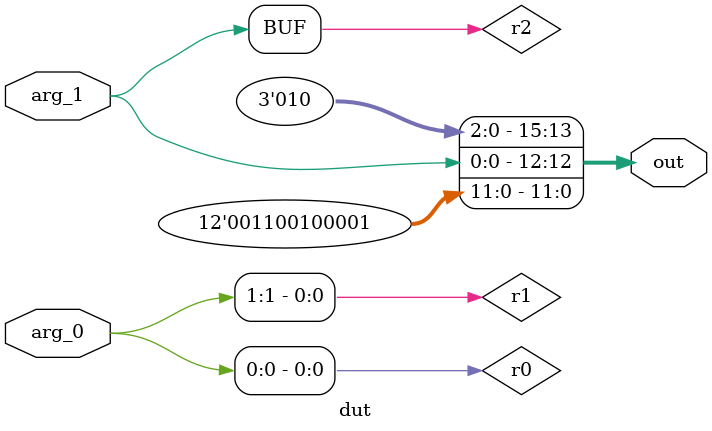
<source format=v>
    module testbench();
        reg [1:0] clock_reset;
        reg [0:0] i;
        wire [15:0] o;
        reg [15:0] rust_out;
        dut t (.arg_0(clock_reset),.arg_1(i),.out(o));
        initial begin
            #0;
            clock_reset = 2'b10;
            i = 1'b0;
            rust_out = 16'b0100001100100001;
            #1;
            if (o !== rust_out) begin
                $display("ASSERTION FAILED 0x%0h !== 0x%0h CASE Test 1 at time 0", o, rust_out);
                $finish;
            end
            #49;
            clock_reset = 2'b11;
            i = 1'b0;
            rust_out = 16'b0100001100100001;
            #1;
            clock_reset = 2'b11;
            i = 1'b0;
            rust_out = 16'b0100001100100001;
            #1;
            if (o !== rust_out) begin
                $display("ASSERTION FAILED 0x%0h !== 0x%0h CASE Test 3 at time 51", o, rust_out);
                $finish;
            end
            #48;
            clock_reset = 2'b10;
            i = 1'b0;
            rust_out = 16'b0100001100100001;
            #1;
            if (o !== rust_out) begin
                $display("ASSERTION FAILED 0x%0h !== 0x%0h CASE Test 4 at time 100", o, rust_out);
                $finish;
            end
            #49;
            clock_reset = 2'b11;
            i = 1'b0;
            rust_out = 16'b0100001100100001;
            #1;
            clock_reset = 2'b11;
            i = 1'b0;
            rust_out = 16'b0100001100100001;
            #1;
            if (o !== rust_out) begin
                $display("ASSERTION FAILED 0x%0h !== 0x%0h CASE Test 6 at time 151", o, rust_out);
                $finish;
            end
            #48;
            clock_reset = 2'b10;
            i = 1'b0;
            rust_out = 16'b0100001100100001;
            #1;
            if (o !== rust_out) begin
                $display("ASSERTION FAILED 0x%0h !== 0x%0h CASE Test 7 at time 200", o, rust_out);
                $finish;
            end
            #49;
            clock_reset = 2'b11;
            i = 1'b0;
            rust_out = 16'b0100001100100001;
            #1;
            clock_reset = 2'b11;
            i = 1'b0;
            rust_out = 16'b0100001100100001;
            #1;
            if (o !== rust_out) begin
                $display("ASSERTION FAILED 0x%0h !== 0x%0h CASE Test 9 at time 251", o, rust_out);
                $finish;
            end
            #48;
            clock_reset = 2'b10;
            i = 1'b0;
            rust_out = 16'b0100001100100001;
            #1;
            if (o !== rust_out) begin
                $display("ASSERTION FAILED 0x%0h !== 0x%0h CASE Test 10 at time 300", o, rust_out);
                $finish;
            end
            #49;
            clock_reset = 2'b11;
            i = 1'b0;
            rust_out = 16'b0100001100100001;
            #1;
            clock_reset = 2'b01;
            i = 1'b0;
            rust_out = 16'b0100001100100001;
            #1;
            if (o !== rust_out) begin
                $display("ASSERTION FAILED 0x%0h !== 0x%0h CASE Test 12 at time 351", o, rust_out);
                $finish;
            end
            #48;
            clock_reset = 2'b00;
            i = 1'b0;
            rust_out = 16'b0100001100100001;
            #1;
            if (o !== rust_out) begin
                $display("ASSERTION FAILED 0x%0h !== 0x%0h CASE Test 13 at time 400", o, rust_out);
                $finish;
            end
            #49;
            clock_reset = 2'b01;
            i = 1'b0;
            rust_out = 16'b0100001100100001;
            #1;
            clock_reset = 2'b01;
            i = 1'b1;
            rust_out = 16'b0101001100100001;
            #1;
            if (o !== rust_out) begin
                $display("ASSERTION FAILED 0x%0h !== 0x%0h CASE Test 15 at time 451", o, rust_out);
                $finish;
            end
            #48;
            clock_reset = 2'b00;
            i = 1'b1;
            rust_out = 16'b0101001100100001;
            #1;
            if (o !== rust_out) begin
                $display("ASSERTION FAILED 0x%0h !== 0x%0h CASE Test 16 at time 500", o, rust_out);
                $finish;
            end
            #49;
            clock_reset = 2'b01;
            i = 1'b1;
            rust_out = 16'b0101001100100001;
            $display("TESTBENCH OK", );
            $finish;
        end
    endmodule
    //
    module dut(input wire [1:0] arg_0, input wire [0:0] arg_1, output reg [15:0] out);
        reg [0:0] r0;
        reg [0:0] r1;
        reg [0:0] r2;
        always @(*) begin
            r0 = arg_0[0];
            r1 = arg_0[1];
            r2 = arg_1[0];
            // let d = D::dont_care();
            //
            // let index = bits(3);
            //
            // let orig = [bits(1), bits(2), bits(3), bits(4), ];
            //
            // d.splicer = (index, orig, bits(5), );
            //
            // let o = if i {
            //    q.splicer
            // }
            //  else {
            //    orig
            // }
            // ;
            //
            // q.splicer
            //
            // orig
            //
            // (o, d, )
            //
            // let (ndx, arr, val, ) = i;
            //
            // arr[ndx] = val;
            //
            // (arr, (), )
            //
            out = { 1'b0, 1'b1, 1'b0, r2, 1'b0, 1'b0, 1'b1, 1'b1, 1'b0, 1'b0, 1'b1, 1'b0, 1'b0, 1'b0, 1'b0, 1'b1 };
        end
    endmodule

</source>
